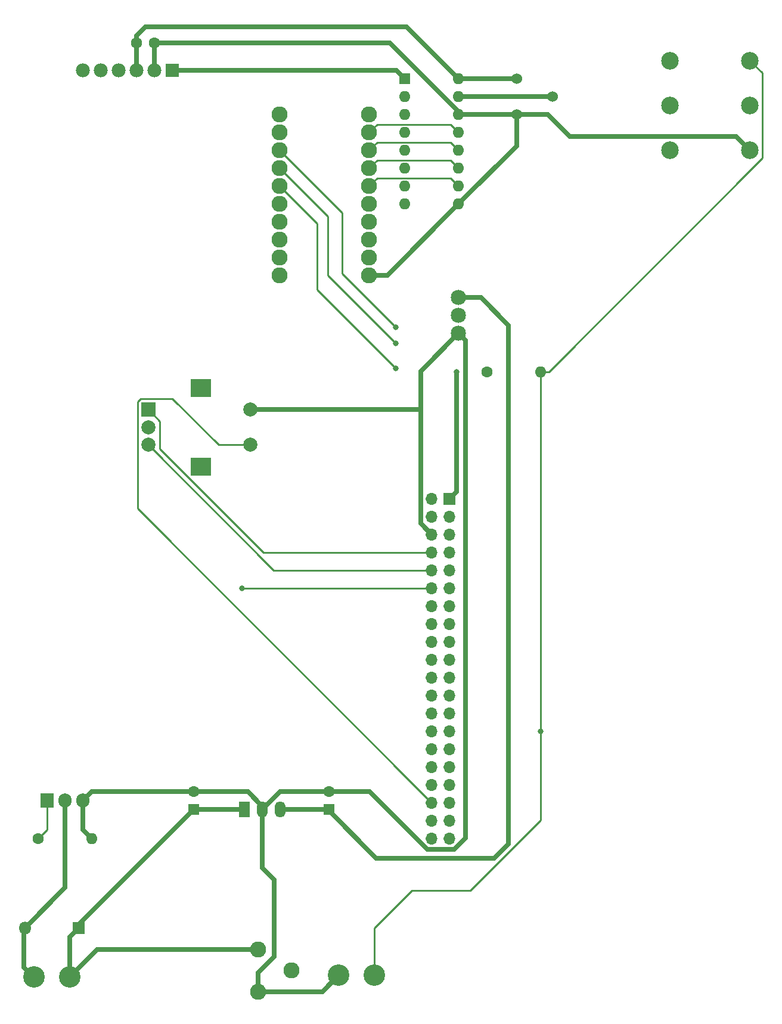
<source format=gbr>
%TF.GenerationSoftware,KiCad,Pcbnew,6.0.3-a3aad9c10e~116~ubuntu20.04.1*%
%TF.CreationDate,2022-03-20T21:21:38-04:00*%
%TF.ProjectId,ProtoPi-Board,50726f74-6f50-4692-9d42-6f6172642e6b,rev?*%
%TF.SameCoordinates,PX68290a0PY76b1be0*%
%TF.FileFunction,Copper,L1,Top*%
%TF.FilePolarity,Positive*%
%FSLAX46Y46*%
G04 Gerber Fmt 4.6, Leading zero omitted, Abs format (unit mm)*
G04 Created by KiCad (PCBNEW 6.0.3-a3aad9c10e~116~ubuntu20.04.1) date 2022-03-20 21:21:38*
%MOMM*%
%LPD*%
G01*
G04 APERTURE LIST*
%TA.AperFunction,ComponentPad*%
%ADD10C,2.500000*%
%TD*%
%TA.AperFunction,ComponentPad*%
%ADD11C,1.600000*%
%TD*%
%TA.AperFunction,ComponentPad*%
%ADD12O,1.600000X1.600000*%
%TD*%
%TA.AperFunction,ComponentPad*%
%ADD13C,2.286000*%
%TD*%
%TA.AperFunction,ComponentPad*%
%ADD14R,1.800000X1.800000*%
%TD*%
%TA.AperFunction,ComponentPad*%
%ADD15O,1.800000X1.800000*%
%TD*%
%TA.AperFunction,ComponentPad*%
%ADD16R,1.600000X1.600000*%
%TD*%
%TA.AperFunction,ComponentPad*%
%ADD17C,3.048000*%
%TD*%
%TA.AperFunction,ComponentPad*%
%ADD18R,2.000000X2.000000*%
%TD*%
%TA.AperFunction,ComponentPad*%
%ADD19C,2.000000*%
%TD*%
%TA.AperFunction,ComponentPad*%
%ADD20R,3.000000X2.500000*%
%TD*%
%TA.AperFunction,ComponentPad*%
%ADD21C,1.524000*%
%TD*%
%TA.AperFunction,ComponentPad*%
%ADD22C,2.159000*%
%TD*%
%TA.AperFunction,ComponentPad*%
%ADD23R,1.700000X1.700000*%
%TD*%
%TA.AperFunction,ComponentPad*%
%ADD24O,1.700000X1.700000*%
%TD*%
%TA.AperFunction,ComponentPad*%
%ADD25R,1.905000X2.000000*%
%TD*%
%TA.AperFunction,ComponentPad*%
%ADD26O,1.905000X2.000000*%
%TD*%
%TA.AperFunction,ComponentPad*%
%ADD27R,1.981200X1.981200*%
%TD*%
%TA.AperFunction,ComponentPad*%
%ADD28C,1.981200*%
%TD*%
%TA.AperFunction,ComponentPad*%
%ADD29R,1.500000X2.300000*%
%TD*%
%TA.AperFunction,ComponentPad*%
%ADD30O,1.500000X2.300000*%
%TD*%
%TA.AperFunction,ViaPad*%
%ADD31C,0.812800*%
%TD*%
%TA.AperFunction,Conductor*%
%ADD32C,0.254000*%
%TD*%
%TA.AperFunction,Conductor*%
%ADD33C,0.635000*%
%TD*%
G04 APERTURE END LIST*
D10*
%TO.P,SW3,1,A*%
%TO.N,Net-(J3-Pad27)*%
X40132000Y90170000D03*
%TO.P,SW3,2,B*%
%TO.N,GND*%
X40132000Y77470000D03*
%TO.P,SW3,3*%
%TO.N,N/C*%
X28732000Y90170000D03*
%TO.P,SW3,4*%
X28732000Y77470000D03*
%TO.P,SW3,5*%
X40132000Y83820000D03*
%TO.P,SW3,6*%
X28732000Y83820000D03*
%TD*%
D11*
%TO.P,R1,1*%
%TO.N,/MOTOR_3V3*%
X-60960000Y-20320000D03*
D12*
%TO.P,R1,2*%
%TO.N,GND*%
X-53340000Y-20320000D03*
%TD*%
D13*
%TO.P,J2,1*%
%TO.N,+12V*%
X-29718000Y-36068000D03*
%TO.P,J2,2*%
%TO.N,GND*%
X-29718000Y-42068001D03*
%TO.P,J2,3*%
%TO.N,N/C*%
X-25018000Y-39068000D03*
%TD*%
D14*
%TO.P,D1,1,K*%
%TO.N,+12V*%
X-55245000Y-33020000D03*
D15*
%TO.P,D1,2,A*%
%TO.N,/MOTOR-*%
X-62865000Y-33020000D03*
%TD*%
D13*
%TO.P,U3,1,VCCA*%
%TO.N,+3V3*%
X-26670000Y82550000D03*
%TO.P,U3,2,A1*%
%TO.N,/CLK_3V3*%
X-26670000Y80010000D03*
%TO.P,U3,3,A2*%
%TO.N,/MISO_3V3*%
X-26670000Y77470000D03*
%TO.P,U3,4,A3*%
%TO.N,/MOSI_3V3*%
X-26670000Y74930000D03*
%TO.P,U3,5,A4*%
%TO.N,/~{CS_3V3}*%
X-26670000Y72390000D03*
%TO.P,U3,6,A5*%
%TO.N,/NEO_DATA_3V3*%
X-26670000Y69850000D03*
%TO.P,U3,7,A6*%
%TO.N,unconnected-(U3-Pad7)*%
X-26670000Y67310000D03*
%TO.P,U3,8,A7*%
%TO.N,unconnected-(U3-Pad8)*%
X-26670000Y64770000D03*
%TO.P,U3,9,A8*%
%TO.N,unconnected-(U3-Pad9)*%
X-26670000Y62230000D03*
%TO.P,U3,10,OE*%
%TO.N,/TXB_OE*%
X-26670000Y59690000D03*
%TO.P,U3,11,GND*%
%TO.N,GND*%
X-13970000Y59690000D03*
%TO.P,U3,12,B8*%
%TO.N,unconnected-(U3-Pad12)*%
X-13970000Y62230000D03*
%TO.P,U3,13,B7*%
%TO.N,unconnected-(U3-Pad13)*%
X-13970000Y64770000D03*
%TO.P,U3,14,B6*%
%TO.N,unconnected-(U3-Pad14)*%
X-13970000Y67310000D03*
%TO.P,U3,15,B5*%
%TO.N,/NEO_DATA_5V*%
X-13970000Y69850000D03*
%TO.P,U3,16,B4*%
%TO.N,/~{CS_5V}*%
X-13970000Y72390000D03*
%TO.P,U3,17,B3*%
%TO.N,/MOSI_5V*%
X-13970000Y74930000D03*
%TO.P,U3,18,B2*%
%TO.N,/MISO_5V*%
X-13970000Y77470000D03*
%TO.P,U3,19,B1*%
%TO.N,/CLK_5V*%
X-13970000Y80010000D03*
%TO.P,U3,20,VCCB*%
%TO.N,+5V*%
X-13970000Y82550000D03*
%TD*%
D16*
%TO.P,U4,1,CH0*%
%TO.N,/A_CH0*%
X-8880000Y87615000D03*
D12*
%TO.P,U4,2,CH1*%
%TO.N,unconnected-(U4-Pad2)*%
X-8880000Y85075000D03*
%TO.P,U4,3,CH2*%
%TO.N,unconnected-(U4-Pad3)*%
X-8880000Y82535000D03*
%TO.P,U4,4,CH3*%
%TO.N,unconnected-(U4-Pad4)*%
X-8880000Y79995000D03*
%TO.P,U4,5,CH4*%
%TO.N,unconnected-(U4-Pad5)*%
X-8880000Y77455000D03*
%TO.P,U4,6,CH5*%
%TO.N,unconnected-(U4-Pad6)*%
X-8880000Y74915000D03*
%TO.P,U4,7,CH6*%
%TO.N,unconnected-(U4-Pad7)*%
X-8880000Y72375000D03*
%TO.P,U4,8,CH7*%
%TO.N,unconnected-(U4-Pad8)*%
X-8880000Y69835000D03*
%TO.P,U4,9,DGND*%
%TO.N,GND*%
X-1260000Y69835000D03*
%TO.P,U4,10,~{CS}/SHDN*%
%TO.N,/~{CS_5V}*%
X-1260000Y72375000D03*
%TO.P,U4,11,Din*%
%TO.N,/MOSI_5V*%
X-1260000Y74915000D03*
%TO.P,U4,12,Dout*%
%TO.N,/MISO_5V*%
X-1260000Y77455000D03*
%TO.P,U4,13,CLK*%
%TO.N,/CLK_5V*%
X-1260000Y79995000D03*
%TO.P,U4,14,AGND*%
%TO.N,GND*%
X-1260000Y82535000D03*
%TO.P,U4,15,Vref*%
%TO.N,/A_REF*%
X-1260000Y85075000D03*
%TO.P,U4,16,Vdd*%
%TO.N,+5V*%
X-1260000Y87615000D03*
%TD*%
D17*
%TO.P,M1,1,+*%
%TO.N,+12V*%
X-56515000Y-40005000D03*
%TO.P,M1,2,-*%
%TO.N,/MOTOR-*%
X-61595000Y-40005000D03*
%TD*%
D18*
%TO.P,SW1,A,A*%
%TO.N,/SW_ROTA*%
X-45350000Y40600000D03*
D19*
%TO.P,SW1,B,B*%
%TO.N,/SW_ROTB*%
X-45350000Y35600000D03*
%TO.P,SW1,C,C*%
%TO.N,GND*%
X-45350000Y38100000D03*
D20*
%TO.P,SW1,MP*%
%TO.N,N/C*%
X-37850000Y32500000D03*
X-37850000Y43700000D03*
D19*
%TO.P,SW1,S1,S1*%
%TO.N,GND*%
X-30850000Y40600000D03*
%TO.P,SW1,S2,S2*%
%TO.N,/SW_PRESS*%
X-30850000Y35600000D03*
%TD*%
D21*
%TO.P,R2,1,1*%
%TO.N,+5V*%
X6985000Y87630000D03*
%TO.P,R2,2,2*%
%TO.N,/A_REF*%
X12065000Y85090000D03*
%TO.P,R2,3,3*%
%TO.N,GND*%
X6985000Y82550000D03*
%TD*%
D22*
%TO.P,J1,1,+5V*%
%TO.N,+5V*%
X-1270000Y56515000D03*
%TO.P,J1,2,Data_Input*%
%TO.N,/NEO_DATA_5V*%
X-1270000Y53975000D03*
%TO.P,J1,3,GND*%
%TO.N,GND*%
X-1270000Y51435000D03*
%TD*%
D11*
%TO.P,R3,1*%
%TO.N,+3V3*%
X2794000Y45974000D03*
D12*
%TO.P,R3,2*%
%TO.N,Net-(J3-Pad27)*%
X10414000Y45974000D03*
%TD*%
D16*
%TO.P,C3,1*%
%TO.N,+5V*%
X-19685000Y-16191113D03*
D11*
%TO.P,C3,2*%
%TO.N,GND*%
X-19685000Y-13691113D03*
%TD*%
D17*
%TO.P,SW2,1,A*%
%TO.N,Net-(J3-Pad27)*%
X-13208000Y-39733500D03*
%TO.P,SW2,2,B*%
%TO.N,GND*%
X-18288000Y-39733500D03*
%TD*%
D23*
%TO.P,J3,1,3V3*%
%TO.N,+3V3*%
X-2540000Y27940000D03*
D24*
%TO.P,J3,2,5V*%
%TO.N,unconnected-(J3-Pad2)*%
X-5080000Y27940000D03*
%TO.P,J3,3,SDA/GPIO2*%
%TO.N,unconnected-(J3-Pad3)*%
X-2540000Y25400000D03*
%TO.P,J3,4,5V*%
%TO.N,unconnected-(J3-Pad4)*%
X-5080000Y25400000D03*
%TO.P,J3,5,SCL/GPIO3*%
%TO.N,unconnected-(J3-Pad5)*%
X-2540000Y22860000D03*
%TO.P,J3,6,GND*%
%TO.N,GND*%
X-5080000Y22860000D03*
%TO.P,J3,7,GCLK0/GPIO4*%
%TO.N,unconnected-(J3-Pad7)*%
X-2540000Y20320000D03*
%TO.P,J3,8,GPIO14/TXD*%
%TO.N,/SW_ROTA*%
X-5080000Y20320000D03*
%TO.P,J3,9,GND*%
%TO.N,unconnected-(J3-Pad9)*%
X-2540000Y17780000D03*
%TO.P,J3,10,GPIO15/RXD*%
%TO.N,/SW_ROTB*%
X-5080000Y17780000D03*
%TO.P,J3,11,GPIO17*%
%TO.N,unconnected-(J3-Pad11)*%
X-2540000Y15240000D03*
%TO.P,J3,12,GPIO18/PWM0*%
%TO.N,/MOTOR_3V3*%
X-5080000Y15240000D03*
%TO.P,J3,13,GPIO27*%
%TO.N,/~{CS_3V3}*%
X-2540000Y12700000D03*
%TO.P,J3,14,GND*%
%TO.N,unconnected-(J3-Pad14)*%
X-5080000Y12700000D03*
%TO.P,J3,15,GPIO22*%
%TO.N,unconnected-(J3-Pad15)*%
X-2540000Y10160000D03*
%TO.P,J3,16,GPIO23*%
%TO.N,unconnected-(J3-Pad16)*%
X-5080000Y10160000D03*
%TO.P,J3,17,3V3*%
%TO.N,unconnected-(J3-Pad17)*%
X-2540000Y7620000D03*
%TO.P,J3,18,GPIO24*%
%TO.N,unconnected-(J3-Pad18)*%
X-5080000Y7620000D03*
%TO.P,J3,19,MOSI0/GPIO10*%
%TO.N,/MOSI_3V3*%
X-2540000Y5080000D03*
%TO.P,J3,20,GND*%
%TO.N,unconnected-(J3-Pad20)*%
X-5080000Y5080000D03*
%TO.P,J3,21,MISO0/GPIO9*%
%TO.N,/MISO_3V3*%
X-2540000Y2540000D03*
%TO.P,J3,22,GPIO25*%
%TO.N,unconnected-(J3-Pad22)*%
X-5080000Y2540000D03*
%TO.P,J3,23,SCLK0/GPIO11*%
%TO.N,/CLK_3V3*%
X-2540000Y0D03*
%TO.P,J3,24,~{CE0}/GPIO8*%
%TO.N,unconnected-(J3-Pad24)*%
X-5080000Y0D03*
%TO.P,J3,25,GND*%
%TO.N,unconnected-(J3-Pad25)*%
X-2540000Y-2540000D03*
%TO.P,J3,26,~{CE1}/GPIO7*%
%TO.N,unconnected-(J3-Pad26)*%
X-5080000Y-2540000D03*
%TO.P,J3,27,ID_SD/GPIO0*%
%TO.N,Net-(J3-Pad27)*%
X-2540000Y-5080000D03*
%TO.P,J3,28,ID_SC/GPIO1*%
%TO.N,unconnected-(J3-Pad28)*%
X-5080000Y-5080000D03*
%TO.P,J3,29,GCLK1/GPIO5*%
%TO.N,unconnected-(J3-Pad29)*%
X-2540000Y-7620000D03*
%TO.P,J3,30,GND*%
%TO.N,unconnected-(J3-Pad30)*%
X-5080000Y-7620000D03*
%TO.P,J3,31,GCLK2/GPIO6*%
%TO.N,/TXB_OE*%
X-2540000Y-10160000D03*
%TO.P,J3,32,PWM0/GPIO12*%
%TO.N,unconnected-(J3-Pad32)*%
X-5080000Y-10160000D03*
%TO.P,J3,33,PWM1/GPIO13*%
%TO.N,unconnected-(J3-Pad33)*%
X-2540000Y-12700000D03*
%TO.P,J3,34,GND*%
%TO.N,unconnected-(J3-Pad34)*%
X-5080000Y-12700000D03*
%TO.P,J3,35,GPIO19/MISO1*%
%TO.N,unconnected-(J3-Pad35)*%
X-2540000Y-15240000D03*
%TO.P,J3,36,GPIO16*%
%TO.N,/SW_PRESS*%
X-5080000Y-15240000D03*
%TO.P,J3,37,GPIO26*%
%TO.N,unconnected-(J3-Pad37)*%
X-2540000Y-17780000D03*
%TO.P,J3,38,GPIO20/MOSI1*%
%TO.N,unconnected-(J3-Pad38)*%
X-5080000Y-17780000D03*
%TO.P,J3,39,GND*%
%TO.N,unconnected-(J3-Pad39)*%
X-2540000Y-20320000D03*
%TO.P,J3,40,GPIO21/SCLK1*%
%TO.N,/NEO_DATA_3V3*%
X-5080000Y-20320000D03*
%TD*%
D25*
%TO.P,Q1,1,G*%
%TO.N,/MOTOR_3V3*%
X-59690000Y-14945000D03*
D26*
%TO.P,Q1,2,D*%
%TO.N,/MOTOR-*%
X-57150000Y-14945000D03*
%TO.P,Q1,3,S*%
%TO.N,GND*%
X-54610000Y-14945000D03*
%TD*%
D16*
%TO.P,C2,1*%
%TO.N,+12V*%
X-38862000Y-16191113D03*
D11*
%TO.P,C2,2*%
%TO.N,GND*%
X-38862000Y-13691113D03*
%TD*%
D27*
%TO.P,U2,1,Vout*%
%TO.N,/A_CH0*%
X-41948100Y88823800D03*
D28*
%TO.P,U2,2,GND*%
%TO.N,GND*%
X-44488100Y88823800D03*
%TO.P,U2,3,VCC*%
%TO.N,+5V*%
X-47028100Y88823800D03*
%TO.P,U2,4,V1*%
%TO.N,unconnected-(U2-Pad4)*%
X-49568100Y88823800D03*
%TO.P,U2,5,V2*%
%TO.N,unconnected-(U2-Pad5)*%
X-52108100Y88823800D03*
%TO.P,U2,6,V_Ex*%
%TO.N,unconnected-(U2-Pad6)*%
X-54648100Y88823800D03*
%TD*%
D11*
%TO.P,C1,1*%
%TO.N,+5V*%
X-46990000Y92710000D03*
%TO.P,C1,2*%
%TO.N,GND*%
X-44490000Y92710000D03*
%TD*%
D29*
%TO.P,U1,1,IN*%
%TO.N,+12V*%
X-31657000Y-16177500D03*
D30*
%TO.P,U1,2,GND*%
%TO.N,GND*%
X-29117000Y-16177500D03*
%TO.P,U1,3,OUT*%
%TO.N,+5V*%
X-26577000Y-16177500D03*
%TD*%
D31*
%TO.N,+3V3*%
X-1524000Y45974000D03*
%TO.N,/MOTOR_3V3*%
X-32004000Y15240000D03*
%TO.N,/~{CS_3V3}*%
X-10160000Y46482000D03*
%TO.N,/MOSI_3V3*%
X-10160000Y50038000D03*
%TO.N,/MISO_3V3*%
X-10160000Y52324000D03*
%TO.N,Net-(J3-Pad27)*%
X10414000Y-5080000D03*
%TD*%
D32*
%TO.N,Net-(J3-Pad27)*%
X40132000Y90170000D02*
X41889511Y88412489D01*
X41889511Y88412489D02*
X41889511Y76318141D01*
X41889511Y76318141D02*
X11545370Y45974000D01*
X11545370Y45974000D02*
X10414000Y45974000D01*
D33*
%TO.N,GND*%
X14561989Y79418011D02*
X11430000Y82550000D01*
X38183989Y79418011D02*
X14561989Y79418011D01*
X40132000Y77470000D02*
X38183989Y79418011D01*
X11430000Y82550000D02*
X6985000Y82550000D01*
%TO.N,+5V*%
X-1260000Y87615000D02*
X-8641000Y94996000D01*
X6970000Y87615000D02*
X6985000Y87630000D01*
X3810000Y-23114000D02*
X5842000Y-21082000D01*
X-26563387Y-16191113D02*
X-26577000Y-16177500D01*
X-12954000Y-23114000D02*
X3810000Y-23114000D01*
X5842000Y52578000D02*
X1905000Y56515000D01*
X-19685000Y-16191113D02*
X-26563387Y-16191113D01*
X-47028100Y88823800D02*
X-47028100Y92671900D01*
X5842000Y-21082000D02*
X5842000Y52578000D01*
X-8641000Y94996000D02*
X-45720000Y94996000D01*
X1905000Y56515000D02*
X-1270000Y56515000D01*
X-46990000Y93726000D02*
X-46990000Y92710000D01*
X-19685000Y-16383000D02*
X-12954000Y-23114000D01*
X-1260000Y87615000D02*
X6970000Y87615000D01*
X-19685000Y-16191113D02*
X-19685000Y-16383000D01*
X-45720000Y94996000D02*
X-46990000Y93726000D01*
X-47028100Y92671900D02*
X-46990000Y92710000D01*
%TO.N,GND*%
X-54610000Y-19050000D02*
X-54610000Y-14945000D01*
X-31203387Y-13691113D02*
X-38862000Y-13691113D01*
X-29117000Y-15777500D02*
X-31203387Y-13691113D01*
X-1898792Y-21868011D02*
X-254000Y-20223219D01*
X6970000Y82535000D02*
X6985000Y82550000D01*
X-6628011Y24408011D02*
X-6628011Y40615989D01*
X-1260000Y69835000D02*
X-11405000Y59690000D01*
X-27432000Y-37084000D02*
X-29718000Y-39370000D01*
X-6644000Y40600000D02*
X-6628011Y40615989D01*
X-11405000Y59690000D02*
X-13970000Y59690000D01*
X-29718000Y-39370000D02*
X-29718000Y-42068001D01*
X6985000Y82550000D02*
X6985000Y78080000D01*
X-53356113Y-13691113D02*
X-54610000Y-14945000D01*
X-30850000Y40600000D02*
X-6644000Y40600000D01*
X6985000Y78080000D02*
X-1260000Y69835000D01*
X-6628011Y46076989D02*
X-1270000Y51435000D01*
X-254000Y-20223219D02*
X-254000Y50419000D01*
X-5721208Y-21868011D02*
X-1898792Y-21868011D01*
X-1260000Y82956491D02*
X-1260000Y82535000D01*
X-44490000Y92710000D02*
X-11013509Y92710000D01*
X-27432000Y-26162000D02*
X-27432000Y-37084000D01*
X-19685000Y-13691113D02*
X-26630613Y-13691113D01*
X-5080000Y22860000D02*
X-6628011Y24408011D01*
X-53340000Y-20320000D02*
X-54610000Y-19050000D01*
X-44490000Y88825700D02*
X-44488100Y88823800D01*
X-29117000Y-16177500D02*
X-29117000Y-15777500D01*
X-44490000Y92710000D02*
X-44490000Y88825700D01*
X-6628011Y40615989D02*
X-6628011Y46076989D01*
X-254000Y50419000D02*
X-1270000Y51435000D01*
X-20622501Y-42068001D02*
X-18288000Y-39733500D01*
X-29718000Y-42068001D02*
X-20622501Y-42068001D01*
X-29117000Y-24477000D02*
X-27432000Y-26162000D01*
X-1260000Y82535000D02*
X6970000Y82535000D01*
X-19685000Y-13691113D02*
X-13898106Y-13691113D01*
X-13898106Y-13691113D02*
X-5721208Y-21868011D01*
X-38862000Y-13691113D02*
X-53356113Y-13691113D01*
X-11013509Y92710000D02*
X-1260000Y82956491D01*
X-26630613Y-13691113D02*
X-29117000Y-16177500D01*
X-29117000Y-16177500D02*
X-29117000Y-24477000D01*
%TO.N,+12V*%
X-29718000Y-36068000D02*
X-52578000Y-36068000D01*
X-56515000Y-40005000D02*
X-56515000Y-34290000D01*
X-56515000Y-34290000D02*
X-55245000Y-33020000D01*
X-38848387Y-16177500D02*
X-38862000Y-16191113D01*
X-55245000Y-32574113D02*
X-38862000Y-16191113D01*
X-31657000Y-16177500D02*
X-38848387Y-16177500D01*
X-52578000Y-36068000D02*
X-56515000Y-40005000D01*
X-55245000Y-33020000D02*
X-55245000Y-32574113D01*
%TO.N,/MOTOR-*%
X-61595000Y-40005000D02*
X-62992000Y-38608000D01*
X-62865000Y-33020000D02*
X-57150000Y-27305000D01*
X-62992000Y-33147000D02*
X-62865000Y-33020000D01*
X-62992000Y-38608000D02*
X-62992000Y-33147000D01*
X-57150000Y-27305000D02*
X-57150000Y-14945000D01*
%TO.N,+3V3*%
X-1524000Y28956000D02*
X-2540000Y27940000D01*
X-1524000Y45974000D02*
X-1524000Y28956000D01*
D32*
%TO.N,/SW_ROTA*%
X-43688000Y35052000D02*
X-28956000Y20320000D01*
X-28956000Y20320000D02*
X-5080000Y20320000D01*
X-45350000Y40600000D02*
X-43688000Y38938000D01*
X-43688000Y38938000D02*
X-43688000Y35052000D01*
%TO.N,/SW_ROTB*%
X-45350000Y35600000D02*
X-27530000Y17780000D01*
X-27530000Y17780000D02*
X-5080000Y17780000D01*
%TO.N,/MOTOR_3V3*%
X-60960000Y-20320000D02*
X-59690000Y-19050000D01*
X-59690000Y-19050000D02*
X-59690000Y-14945000D01*
X-5080000Y15240000D02*
X-32004000Y15240000D01*
%TO.N,/~{CS_3V3}*%
X-21336000Y67056000D02*
X-26670000Y72390000D01*
X-21336000Y57658000D02*
X-21336000Y67056000D01*
X-10160000Y46482000D02*
X-21336000Y57658000D01*
%TO.N,/MOSI_3V3*%
X-19812000Y68072000D02*
X-26670000Y74930000D01*
X-10160000Y50038000D02*
X-19812000Y59690000D01*
X-19812000Y59690000D02*
X-19812000Y68072000D01*
%TO.N,/MISO_3V3*%
X-17780000Y59944000D02*
X-10160000Y52324000D01*
X-17780000Y68580000D02*
X-17780000Y59944000D01*
X-26670000Y77470000D02*
X-17780000Y68580000D01*
%TO.N,Net-(J3-Pad27)*%
X-13208000Y-39733500D02*
X-13208000Y-33020000D01*
X10414000Y-5080000D02*
X10414000Y45974000D01*
X10414000Y-17676754D02*
X10414000Y-5080000D01*
X-7874000Y-27686000D02*
X404754Y-27686000D01*
X-13208000Y-33020000D02*
X-7874000Y-27686000D01*
X404754Y-27686000D02*
X10414000Y-17676754D01*
%TO.N,/SW_PRESS*%
X-41910000Y42164000D02*
X-35346000Y35600000D01*
X-46857511Y26537511D02*
X-46857511Y41751911D01*
X-35346000Y35600000D02*
X-30850000Y35600000D01*
X-46445422Y42164000D02*
X-41910000Y42164000D01*
X-46857511Y41751911D02*
X-46445422Y42164000D01*
X-5080000Y-15240000D02*
X-46857511Y26537511D01*
D33*
%TO.N,/A_REF*%
X-1260000Y85075000D02*
X12050000Y85075000D01*
X12050000Y85075000D02*
X12065000Y85090000D01*
%TO.N,/A_CH0*%
X-41948100Y88823800D02*
X-10088800Y88823800D01*
X-10088800Y88823800D02*
X-8880000Y87615000D01*
D32*
%TO.N,/~{CS_5V}*%
X-1260000Y72375000D02*
X-2389711Y73504711D01*
X-2389711Y73504711D02*
X-12855289Y73504711D01*
X-12855289Y73504711D02*
X-13970000Y72390000D01*
%TO.N,/MOSI_5V*%
X-1260000Y74915000D02*
X-2389711Y76044711D01*
X-2389711Y76044711D02*
X-12855289Y76044711D01*
X-12855289Y76044711D02*
X-13970000Y74930000D01*
%TO.N,/MISO_5V*%
X-2389711Y78584711D02*
X-12855289Y78584711D01*
X-12855289Y78584711D02*
X-13970000Y77470000D01*
X-1260000Y77455000D02*
X-2389711Y78584711D01*
%TO.N,/CLK_5V*%
X-1260000Y79995000D02*
X-2389711Y81124711D01*
X-2389711Y81124711D02*
X-12855289Y81124711D01*
X-12855289Y81124711D02*
X-13970000Y80010000D01*
%TD*%
M02*

</source>
